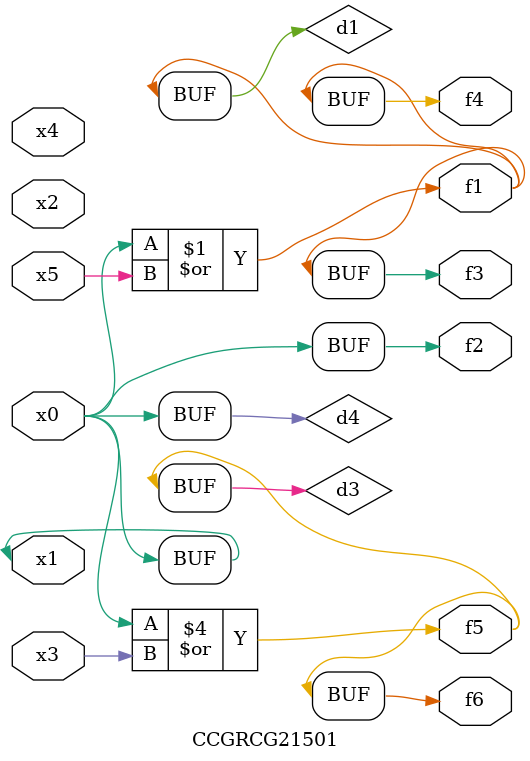
<source format=v>
module CCGRCG21501(
	input x0, x1, x2, x3, x4, x5,
	output f1, f2, f3, f4, f5, f6
);

	wire d1, d2, d3, d4;

	or (d1, x0, x5);
	xnor (d2, x1, x4);
	or (d3, x0, x3);
	buf (d4, x0, x1);
	assign f1 = d1;
	assign f2 = d4;
	assign f3 = d1;
	assign f4 = d1;
	assign f5 = d3;
	assign f6 = d3;
endmodule

</source>
